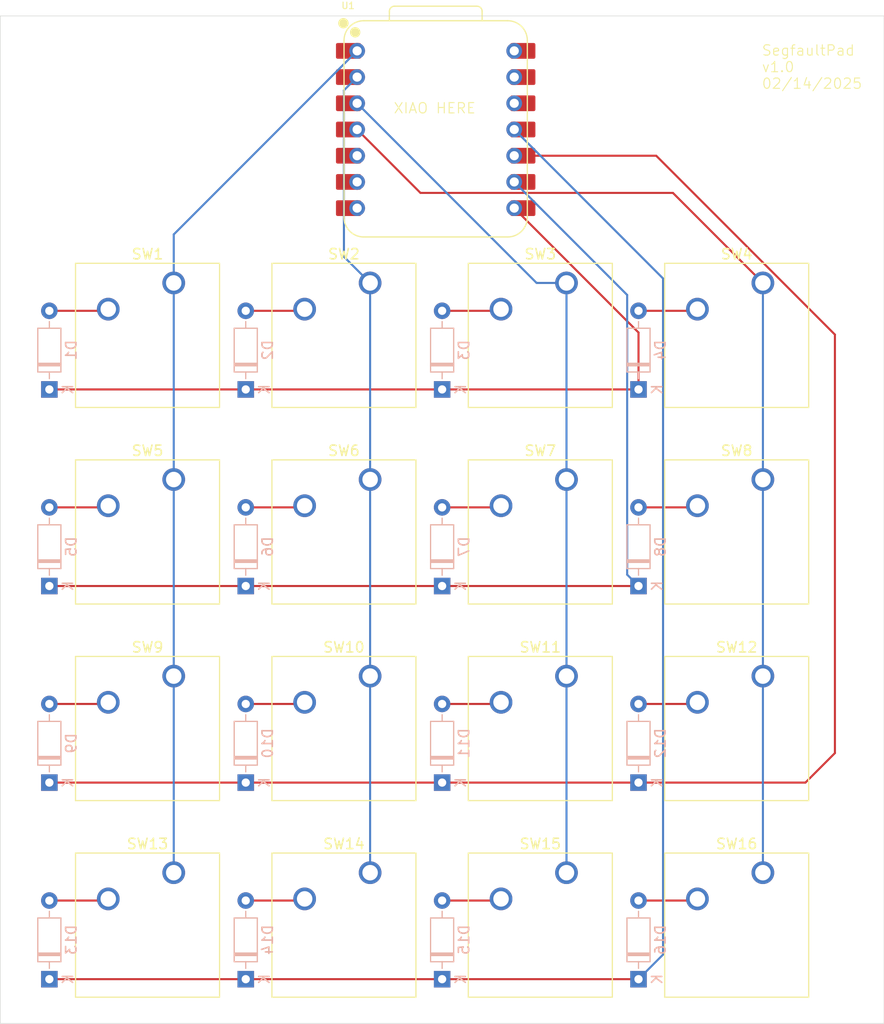
<source format=kicad_pcb>
(kicad_pcb (version 20240108) (generator "pcbnew") (generator_version "8.0")
  (layers (0 "F.Cu" signal) (31 "B.Cu" signal) (34 "B.Paste" user) (35 "F.Paste" user) (36 "B.SilkS" user "B.Silkscreen") (37 "F.SilkS" user "F.Silkscreen") (38 "B.Mask" user) (39 "F.Mask" user) (44 "Edge.Cuts" user))
  (net 0 "")
  (net 1 "Row 0")
  (net 2 "Net-(D1-A)")
  (net 3 "Net-(D2-A)")
  (net 4 "Net-(D3-A)")
  (net 5 "Net-(D4-A)")
  (net 6 "Row 1")
  (net 7 "Net-(D6-A)")
  (net 8 "Net-(D7-A)")
  (net 9 "Net-(D8-A)")
  (net 10 "Row 2")
  (net 11 "Net-(D9-A)")
  (net 12 "Net-(D10-A)")
  (net 13 "Net-(D11-A)")
  (net 14 "Net-(D12-A)")
  (net 15 "Row 3")
  (net 16 "Net-(D13-A)")
  (net 17 "Net-(D14-A)")
  (net 18 "Net-(D15-A)")
  (net 19 "Net-(D16-A)")
  (net 20 "Column 0")
  (net 21 "Column 1")
  (net 22 "Column 2")
  (net 23 "Column 3")
  (net 27 "GND")
  (net 28 "+5V")
  (net 34 "Net-(D5-A)")
  (footprint "Button_Switch_Keyboard:SW_Cherry_MX_1.00u_PCB" (layer "F.Cu") (at 139.7 118.90375)
    (property "Reference" "SW15" (at -2.54 -2.794 0) (layer "F.SilkS"))
    (property "Value" "SW_Push_45deg")
    (fp_line (start -9.525 -1.905) (end 4.445 -1.905) (stroke (width 0.12)) (layer "F.SilkS"))
    (fp_line (start -9.525 12.065) (end -9.525 -1.905) (stroke (width 0.12)) (layer "F.SilkS"))
    (fp_line (start 4.445 -1.905) (end 4.445 12.065) (stroke (width 0.12)) (layer "F.SilkS"))
    (fp_line (start 4.445 12.065) (end -9.525 12.065) (stroke (width 0.12)) (layer "F.SilkS"))
    (pad "" np_thru_hole circle (at -7.62 5.08) (size 1.7 1.7) (drill 1.7) (layers "*.Cu" "*.Mask"))
    (pad "" np_thru_hole circle (at -2.54 5.08) (size 4 4) (drill 4) (layers "*.Cu" "*.Mask"))
    (pad "" np_thru_hole circle (at 2.54 5.08) (size 1.7 1.7) (drill 1.7) (layers "*.Cu" "*.Mask"))
    (pad "1" thru_hole circle (at 0 0) (size 2.2 2.2) (drill 1.5) (layers "*.Cu" "*.Mask") (net 22 "Column 2"))
    (pad "2" thru_hole circle (at -6.35 2.54) (size 2.2 2.2) (drill 1.5) (layers "*.Cu" "*.Mask") (net 18 "Net-(D15-A)"))
  )
  (footprint "Button_Switch_Keyboard:SW_Cherry_MX_1.00u_PCB" (layer "F.Cu") (at 139.7 61.75375)
    (property "Reference" "SW3" (at -2.54 -2.794 0) (layer "F.SilkS"))
    (property "Value" "SW_Push_45deg")
    (fp_line (start -9.525 -1.905) (end 4.445 -1.905) (stroke (width 0.12)) (layer "F.SilkS"))
    (fp_line (start -9.525 12.065) (end -9.525 -1.905) (stroke (width 0.12)) (layer "F.SilkS"))
    (fp_line (start 4.445 -1.905) (end 4.445 12.065) (stroke (width 0.12)) (layer "F.SilkS"))
    (fp_line (start 4.445 12.065) (end -9.525 12.065) (stroke (width 0.12)) (layer "F.SilkS"))
    (pad "" np_thru_hole circle (at -7.62 5.08) (size 1.7 1.7) (drill 1.7) (layers "*.Cu" "*.Mask"))
    (pad "" np_thru_hole circle (at -2.54 5.08) (size 4 4) (drill 4) (layers "*.Cu" "*.Mask"))
    (pad "" np_thru_hole circle (at 2.54 5.08) (size 1.7 1.7) (drill 1.7) (layers "*.Cu" "*.Mask"))
    (pad "1" thru_hole circle (at 0 0) (size 2.2 2.2) (drill 1.5) (layers "*.Cu" "*.Mask") (net 22 "Column 2"))
    (pad "2" thru_hole circle (at -6.35 2.54) (size 2.2 2.2) (drill 1.5) (layers "*.Cu" "*.Mask") (net 4 "Net-(D3-A)"))
  )
  (footprint "Button_Switch_Keyboard:SW_Cherry_MX_1.00u_PCB" (layer "F.Cu") (at 158.75 61.75375)
    (property "Reference" "SW4" (at -2.54 -2.794 0) (layer "F.SilkS"))
    (property "Value" "SW_Push_45deg")
    (fp_line (start -9.525 -1.905) (end 4.445 -1.905) (stroke (width 0.12)) (layer "F.SilkS"))
    (fp_line (start -9.525 12.065) (end -9.525 -1.905) (stroke (width 0.12)) (layer "F.SilkS"))
    (fp_line (start 4.445 -1.905) (end 4.445 12.065) (stroke (width 0.12)) (layer "F.SilkS"))
    (fp_line (start 4.445 12.065) (end -9.525 12.065) (stroke (width 0.12)) (layer "F.SilkS"))
    (pad "" np_thru_hole circle (at -7.62 5.08) (size 1.7 1.7) (drill 1.7) (layers "*.Cu" "*.Mask"))
    (pad "" np_thru_hole circle (at -2.54 5.08) (size 4 4) (drill 4) (layers "*.Cu" "*.Mask"))
    (pad "" np_thru_hole circle (at 2.54 5.08) (size 1.7 1.7) (drill 1.7) (layers "*.Cu" "*.Mask"))
    (pad "1" thru_hole circle (at 0 0) (size 2.2 2.2) (drill 1.5) (layers "*.Cu" "*.Mask") (net 23 "Column 3"))
    (pad "2" thru_hole circle (at -6.35 2.54) (size 2.2 2.2) (drill 1.5) (layers "*.Cu" "*.Mask") (net 5 "Net-(D4-A)"))
  )
  (footprint "OPL:XIAO-RP2040-DIP" (layer "F.Cu") (at 127.01 46.88375)
    (property "Reference" "U1" (at -8.5 -12 0) (layer "F.SilkS") (effects (font (size 0.635 0.635) (thickness 0.1016))))
    (property "Value" "XIAO-RP2040-DIP")
    (fp_line (start -8.89 8.509) (end -8.89 -8.636) (stroke (width 0.127)) (layer "F.SilkS"))
    (fp_line (start -6.985 10.414) (end 6.985 10.414) (stroke (width 0.127)) (layer "F.SilkS"))
    (fp_line (start -4.495 -10.541) (end -4.491272 -11.451272) (stroke (width 0.127)) (layer "F.SilkS"))
    (fp_line (start -3.991272 -11.951) (end 4.004 -11.951) (stroke (width 0.127)) (layer "F.SilkS"))
    (fp_line (start 4.504 -11.451) (end 4.504 -10.541) (stroke (width 0.127)) (layer "F.SilkS"))
    (fp_line (start 6.985 -10.541) (end -6.985 -10.541) (stroke (width 0.1)) (layer "F.SilkS"))
    (fp_line (start 6.985 -10.541) (end -6.985 -10.541) (stroke (width 0.127)) (layer "F.SilkS"))
    (fp_line (start 8.89 8.509) (end 8.89 -8.636) (stroke (width 0.127)) (layer "F.SilkS"))
    (fp_arc (start -8.89 -8.636) (mid -8.332038 -9.983038) (end -6.985 -10.541) (stroke (width 0.127)) (layer "F.SilkS"))
    (fp_arc (start -6.985 10.414) (mid -8.332038 9.856038) (end -8.89 8.509) (stroke (width 0.127)) (layer "F.SilkS"))
    (fp_arc (start -4.491272 -11.451272) (mid -4.344724 -11.804644) (end -3.991272 -11.951) (stroke (width 0.127)) (layer "F.SilkS"))
    (fp_arc (start 4.004 -11.951) (mid 4.357553 -11.804553) (end 4.504 -11.451) (stroke (width 0.127)) (layer "F.SilkS"))
    (fp_arc (start 6.985 -10.541) (mid 8.332038 -9.983038) (end 8.89 -8.636) (stroke (width 0.127)) (layer "F.SilkS"))
    (fp_arc (start 8.89 8.509) (mid 8.332038 9.856038) (end 6.985 10.414) (stroke (width 0.127)) (layer "F.SilkS"))
    (fp_circle (center -8.95 -10.3) (end -8.95 -10.554) (stroke (width 0.5)) (fill solid) (layer "F.SilkS"))
    (fp_circle (center -7.807 -9.42) (end -7.807 -9.674) (stroke (width 0.5)) (fill solid) (layer "F.SilkS"))
    (pad "1" smd roundrect (at -8.455 -7.62 180) (size 2.432 1.524) (layers "F.Cu" "F.Mask") (roundrect_rratio 0.1) (net 20 "Column 0"))
    (pad "1" thru_hole circle (at -7.62 -7.62 180) (size 1.524 1.524) (drill 0.889) (layers "*.Cu" "*.Mask") (net 20 "Column 0"))
    (pad "2" smd roundrect (at -8.455 -5.08 180) (size 2.432 1.524) (layers "F.Cu" "F.Mask") (roundrect_rratio 0.1) (net 21 "Column 1"))
    (pad "2" thru_hole circle (at -7.62 -5.08 180) (size 1.524 1.524) (drill 0.889) (layers "*.Cu" "*.Mask") (net 21 "Column 1"))
    (pad "3" smd roundrect (at -8.455 -2.54 180) (size 2.432 1.524) (layers "F.Cu" "F.Mask") (roundrect_rratio 0.1) (net 22 "Column 2"))
    (pad "3" thru_hole circle (at -7.62 -2.54 180) (size 1.524 1.524) (drill 0.889) (layers "*.Cu" "*.Mask") (net 22 "Column 2"))
    (pad "4" smd roundrect (at -8.455 0 180) (size 2.432 1.524) (layers "F.Cu" "F.Mask") (roundrect_rratio 0.1) (net 23 "Column 3"))
    (pad "4" thru_hole circle (at -7.62 0 180) (size 1.524 1.524) (drill 0.889) (layers "*.Cu" "*.Mask") (net 23 "Column 3"))
    (pad "5" smd roundrect (at -8.455 2.54 180) (size 2.432 1.524) (layers "F.Cu" "F.Mask") (roundrect_rratio 0.1))
    (pad "5" thru_hole circle (at -7.62 2.54 180) (size 1.524 1.524) (drill 0.889) (layers "*.Cu" "*.Mask"))
    (pad "6" smd roundrect (at -8.455 5.08 180) (size 2.432 1.524) (layers "F.Cu" "F.Mask") (roundrect_rratio 0.1))
    (pad "6" thru_hole circle (at -7.62 5.08 180) (size 1.524 1.524) (drill 0.889) (layers "*.Cu" "*.Mask"))
    (pad "7" smd roundrect (at -8.455 7.62 180) (size 2.432 1.524) (layers "F.Cu" "F.Mask") (roundrect_rratio 0.1))
    (pad "7" thru_hole circle (at -7.62 7.62 180) (size 1.524 1.524) (drill 0.889) (layers "*.Cu" "*.Mask"))
    (pad "8" thru_hole circle (at 7.62 7.62) (size 1.524 1.524) (drill 0.889) (layers "*.Cu" "*.Mask") (net 1 "Row 0"))
    (pad "8" smd roundrect (at 8.455 7.62) (size 2.432 1.524) (layers "F.Cu" "F.Mask") (roundrect_rratio 0.1) (net 1 "Row 0"))
    (pad "9" thru_hole circle (at 7.62 5.08) (size 1.524 1.524) (drill 0.889) (layers "*.Cu" "*.Mask") (net 6 "Row 1"))
    (pad "9" smd roundrect (at 8.455 5.08) (size 2.432 1.524) (layers "F.Cu" "F.Mask") (roundrect_rratio 0.1) (net 6 "Row 1"))
    (pad "10" thru_hole circle (at 7.62 2.54) (size 1.524 1.524) (drill 0.889) (layers "*.Cu" "*.Mask") (net 10 "Row 2"))
    (pad "10" smd roundrect (at 8.455 2.54) (size 2.432 1.524) (layers "F.Cu" "F.Mask") (roundrect_rratio 0.1) (net 10 "Row 2"))
    (pad "11" thru_hole circle (at 7.62 0) (size 1.524 1.524) (drill 0.889) (layers "*.Cu" "*.Mask") (net 15 "Row 3"))
    (pad "11" smd roundrect (at 8.455 0) (size 2.432 1.524) (layers "F.Cu" "F.Mask") (roundrect_rratio 0.1) (net 15 "Row 3"))
    (pad "12" thru_hole circle (at 7.62 -2.54) (size 1.524 1.524) (drill 0.889) (layers "*.Cu" "*.Mask"))
    (pad "12" smd roundrect (at 8.455 -2.54) (size 2.432 1.524) (layers "F.Cu" "F.Mask") (roundrect_rratio 0.1))
    (pad "13" thru_hole circle (at 7.62 -5.08) (size 1.524 1.524) (drill 0.889) (layers "*.Cu" "*.Mask") (net 27 "GND"))
    (pad "13" smd roundrect (at 8.455 -5.08) (size 2.432 1.524) (layers "F.Cu" "F.Mask") (roundrect_rratio 0.1) (net 27 "GND"))
    (pad "14" thru_hole circle (at 7.62 -7.62) (size 1.524 1.524) (drill 0.889) (layers "*.Cu" "*.Mask") (net 28 "+5V"))
    (pad "14" smd roundrect (at 8.455 -7.62) (size 2.432 1.524) (layers "F.Cu" "F.Mask") (roundrect_rratio 0.1) (net 28 "+5V"))
  )
  (footprint "Button_Switch_Keyboard:SW_Cherry_MX_1.00u_PCB" (layer "F.Cu") (at 120.65 61.75375)
    (property "Reference" "SW2" (at -2.54 -2.794 0) (layer "F.SilkS"))
    (property "Value" "SW_Push_45deg")
    (fp_line (start -9.525 -1.905) (end 4.445 -1.905) (stroke (width 0.12)) (layer "F.SilkS"))
    (fp_line (start -9.525 12.065) (end -9.525 -1.905) (stroke (width 0.12)) (layer "F.SilkS"))
    (fp_line (start 4.445 -1.905) (end 4.445 12.065) (stroke (width 0.12)) (layer "F.SilkS"))
    (fp_line (start 4.445 12.065) (end -9.525 12.065) (stroke (width 0.12)) (layer "F.SilkS"))
    (pad "" np_thru_hole circle (at -7.62 5.08) (size 1.7 1.7) (drill 1.7) (layers "*.Cu" "*.Mask"))
    (pad "" np_thru_hole circle (at -2.54 5.08) (size 4 4) (drill 4) (layers "*.Cu" "*.Mask"))
    (pad "" np_thru_hole circle (at 2.54 5.08) (size 1.7 1.7) (drill 1.7) (layers "*.Cu" "*.Mask"))
    (pad "1" thru_hole circle (at 0 0) (size 2.2 2.2) (drill 1.5) (layers "*.Cu" "*.Mask") (net 21 "Column 1"))
    (pad "2" thru_hole circle (at -6.35 2.54) (size 2.2 2.2) (drill 1.5) (layers "*.Cu" "*.Mask") (net 3 "Net-(D2-A)"))
  )
  (footprint "Button_Switch_Keyboard:SW_Cherry_MX_1.00u_PCB" (layer "F.Cu") (at 101.6 80.80375)
    (property "Reference" "SW5" (at -2.54 -2.794 0) (layer "F.SilkS"))
    (property "Value" "SW_Push_45deg")
    (fp_line (start -9.525 -1.905) (end 4.445 -1.905) (stroke (width 0.12)) (layer "F.SilkS"))
    (fp_line (start -9.525 12.065) (end -9.525 -1.905) (stroke (width 0.12)) (layer "F.SilkS"))
    (fp_line (start 4.445 -1.905) (end 4.445 12.065) (stroke (width 0.12)) (layer "F.SilkS"))
    (fp_line (start 4.445 12.065) (end -9.525 12.065) (stroke (width 0.12)) (layer "F.SilkS"))
    (pad "" np_thru_hole circle (at -7.62 5.08) (size 1.7 1.7) (drill 1.7) (layers "*.Cu" "*.Mask"))
    (pad "" np_thru_hole circle (at -2.54 5.08) (size 4 4) (drill 4) (layers "*.Cu" "*.Mask"))
    (pad "" np_thru_hole circle (at 2.54 5.08) (size 1.7 1.7) (drill 1.7) (layers "*.Cu" "*.Mask"))
    (pad "1" thru_hole circle (at 0 0) (size 2.2 2.2) (drill 1.5) (layers "*.Cu" "*.Mask") (net 20 "Column 0"))
    (pad "2" thru_hole circle (at -6.35 2.54) (size 2.2 2.2) (drill 1.5) (layers "*.Cu" "*.Mask") (net 34 "Net-(D5-A)"))
  )
  (footprint "Button_Switch_Keyboard:SW_Cherry_MX_1.00u_PCB" (layer "F.Cu") (at 158.75 80.80375)
    (property "Reference" "SW8" (at -2.54 -2.794 0) (layer "F.SilkS"))
    (property "Value" "SW_Push_45deg")
    (fp_line (start -9.525 -1.905) (end 4.445 -1.905) (stroke (width 0.12)) (layer "F.SilkS"))
    (fp_line (start -9.525 12.065) (end -9.525 -1.905) (stroke (width 0.12)) (layer "F.SilkS"))
    (fp_line (start 4.445 -1.905) (end 4.445 12.065) (stroke (width 0.12)) (layer "F.SilkS"))
    (fp_line (start 4.445 12.065) (end -9.525 12.065) (stroke (width 0.12)) (layer "F.SilkS"))
    (pad "" np_thru_hole circle (at -7.62 5.08) (size 1.7 1.7) (drill 1.7) (layers "*.Cu" "*.Mask"))
    (pad "" np_thru_hole circle (at -2.54 5.08) (size 4 4) (drill 4) (layers "*.Cu" "*.Mask"))
    (pad "" np_thru_hole circle (at 2.54 5.08) (size 1.7 1.7) (drill 1.7) (layers "*.Cu" "*.Mask"))
    (pad "1" thru_hole circle (at 0 0) (size 2.2 2.2) (drill 1.5) (layers "*.Cu" "*.Mask") (net 23 "Column 3"))
    (pad "2" thru_hole circle (at -6.35 2.54) (size 2.2 2.2) (drill 1.5) (layers "*.Cu" "*.Mask") (net 9 "Net-(D8-A)"))
  )
  (footprint "Button_Switch_Keyboard:SW_Cherry_MX_1.00u_PCB" (layer "F.Cu") (at 139.7 99.85375)
    (property "Reference" "SW11" (at -2.54 -2.794 0) (layer "F.SilkS"))
    (property "Value" "SW_Push_45deg")
    (fp_line (start -9.525 -1.905) (end 4.445 -1.905) (stroke (width 0.12)) (layer "F.SilkS"))
    (fp_line (start -9.525 12.065) (end -9.525 -1.905) (stroke (width 0.12)) (layer "F.SilkS"))
    (fp_line (start 4.445 -1.905) (end 4.445 12.065) (stroke (width 0.12)) (layer "F.SilkS"))
    (fp_line (start 4.445 12.065) (end -9.525 12.065) (stroke (width 0.12)) (layer "F.SilkS"))
    (pad "" np_thru_hole circle (at -7.62 5.08) (size 1.7 1.7) (drill 1.7) (layers "*.Cu" "*.Mask"))
    (pad "" np_thru_hole circle (at -2.54 5.08) (size 4 4) (drill 4) (layers "*.Cu" "*.Mask"))
    (pad "" np_thru_hole circle (at 2.54 5.08) (size 1.7 1.7) (drill 1.7) (layers "*.Cu" "*.Mask"))
    (pad "1" thru_hole circle (at 0 0) (size 2.2 2.2) (drill 1.5) (layers "*.Cu" "*.Mask") (net 22 "Column 2"))
    (pad "2" thru_hole circle (at -6.35 2.54) (size 2.2 2.2) (drill 1.5) (layers "*.Cu" "*.Mask") (net 13 "Net-(D11-A)"))
  )
  (footprint "Button_Switch_Keyboard:SW_Cherry_MX_1.00u_PCB" (layer "F.Cu") (at 101.6 118.90375)
    (property "Reference" "SW13" (at -2.54 -2.794 0) (layer "F.SilkS"))
    (property "Value" "SW_Push_45deg")
    (fp_line (start -9.525 -1.905) (end 4.445 -1.905) (stroke (width 0.12)) (layer "F.SilkS"))
    (fp_line (start -9.525 12.065) (end -9.525 -1.905) (stroke (width 0.12)) (layer "F.SilkS"))
    (fp_line (start 4.445 -1.905) (end 4.445 12.065) (stroke (width 0.12)) (layer "F.SilkS"))
    (fp_line (start 4.445 12.065) (end -9.525 12.065) (stroke (width 0.12)) (layer "F.SilkS"))
    (pad "" np_thru_hole circle (at -7.62 5.08) (size 1.7 1.7) (drill 1.7) (layers "*.Cu" "*.Mask"))
    (pad "" np_thru_hole circle (at -2.54 5.08) (size 4 4) (drill 4) (layers "*.Cu" "*.Mask"))
    (pad "" np_thru_hole circle (at 2.54 5.08) (size 1.7 1.7) (drill 1.7) (layers "*.Cu" "*.Mask"))
    (pad "1" thru_hole circle (at 0 0) (size 2.2 2.2) (drill 1.5) (layers "*.Cu" "*.Mask") (net 20 "Column 0"))
    (pad "2" thru_hole circle (at -6.35 2.54) (size 2.2 2.2) (drill 1.5) (layers "*.Cu" "*.Mask") (net 16 "Net-(D13-A)"))
  )
  (footprint "Button_Switch_Keyboard:SW_Cherry_MX_1.00u_PCB" (layer "F.Cu") (at 158.75 118.90375)
    (property "Reference" "SW16" (at -2.54 -2.794 0) (layer "F.SilkS"))
    (property "Value" "SW_Push_45deg")
    (fp_line (start -9.525 -1.905) (end 4.445 -1.905) (stroke (width 0.12)) (layer "F.SilkS"))
    (fp_line (start -9.525 12.065) (end -9.525 -1.905) (stroke (width 0.12)) (layer "F.SilkS"))
    (fp_line (start 4.445 -1.905) (end 4.445 12.065) (stroke (width 0.12)) (layer "F.SilkS"))
    (fp_line (start 4.445 12.065) (end -9.525 12.065) (stroke (width 0.12)) (layer "F.SilkS"))
    (pad "" np_thru_hole circle (at -7.62 5.08) (size 1.7 1.7) (drill 1.7) (layers "*.Cu" "*.Mask"))
    (pad "" np_thru_hole circle (at -2.54 5.08) (size 4 4) (drill 4) (layers "*.Cu" "*.Mask"))
    (pad "" np_thru_hole circle (at 2.54 5.08) (size 1.7 1.7) (drill 1.7) (layers "*.Cu" "*.Mask"))
    (pad "1" thru_hole circle (at 0 0) (size 2.2 2.2) (drill 1.5) (layers "*.Cu" "*.Mask") (net 23 "Column 3"))
    (pad "2" thru_hole circle (at -6.35 2.54) (size 2.2 2.2) (drill 1.5) (layers "*.Cu" "*.Mask") (net 19 "Net-(D16-A)"))
  )
  (footprint "Button_Switch_Keyboard:SW_Cherry_MX_1.00u_PCB" (layer "F.Cu") (at 101.6 61.75375)
    (property "Reference" "SW1" (at -2.54 -2.794 0) (layer "F.SilkS"))
    (property "Value" "SW_Push_45deg")
    (fp_line (start -9.525 -1.905) (end 4.445 -1.905) (stroke (width 0.12)) (layer "F.SilkS"))
    (fp_line (start -9.525 12.065) (end -9.525 -1.905) (stroke (width 0.12)) (layer "F.SilkS"))
    (fp_line (start 4.445 -1.905) (end 4.445 12.065) (stroke (width 0.12)) (layer "F.SilkS"))
    (fp_line (start 4.445 12.065) (end -9.525 12.065) (stroke (width 0.12)) (layer "F.SilkS"))
    (pad "" np_thru_hole circle (at -7.62 5.08) (size 1.7 1.7) (drill 1.7) (layers "*.Cu" "*.Mask"))
    (pad "" np_thru_hole circle (at -2.54 5.08) (size 4 4) (drill 4) (layers "*.Cu" "*.Mask"))
    (pad "" np_thru_hole circle (at 2.54 5.08) (size 1.7 1.7) (drill 1.7) (layers "*.Cu" "*.Mask"))
    (pad "1" thru_hole circle (at 0 0) (size 2.2 2.2) (drill 1.5) (layers "*.Cu" "*.Mask") (net 20 "Column 0"))
    (pad "2" thru_hole circle (at -6.35 2.54) (size 2.2 2.2) (drill 1.5) (layers "*.Cu" "*.Mask") (net 2 "Net-(D1-A)"))
  )
  (footprint "Button_Switch_Keyboard:SW_Cherry_MX_1.00u_PCB" (layer "F.Cu") (at 120.65 99.85375)
    (property "Reference" "SW10" (at -2.54 -2.794 0) (layer "F.SilkS"))
    (property "Value" "SW_Push_45deg")
    (fp_line (start -9.525 -1.905) (end 4.445 -1.905) (stroke (width 0.12)) (layer "F.SilkS"))
    (fp_line (start -9.525 12.065) (end -9.525 -1.905) (stroke (width 0.12)) (layer "F.SilkS"))
    (fp_line (start 4.445 -1.905) (end 4.445 12.065) (stroke (width 0.12)) (layer "F.SilkS"))
    (fp_line (start 4.445 12.065) (end -9.525 12.065) (stroke (width 0.12)) (layer "F.SilkS"))
    (pad "" np_thru_hole circle (at -7.62 5.08) (size 1.7 1.7) (drill 1.7) (layers "*.Cu" "*.Mask"))
    (pad "" np_thru_hole circle (at -2.54 5.08) (size 4 4) (drill 4) (layers "*.Cu" "*.Mask"))
    (pad "" np_thru_hole circle (at 2.54 5.08) (size 1.7 1.7) (drill 1.7) (layers "*.Cu" "*.Mask"))
    (pad "1" thru_hole circle (at 0 0) (size 2.2 2.2) (drill 1.5) (layers "*.Cu" "*.Mask") (net 21 "Column 1"))
    (pad "2" thru_hole circle (at -6.35 2.54) (size 2.2 2.2) (drill 1.5) (layers "*.Cu" "*.Mask") (net 12 "Net-(D10-A)"))
  )
  (footprint "Button_Switch_Keyboard:SW_Cherry_MX_1.00u_PCB" (layer "F.Cu") (at 101.6 99.85375)
    (property "Reference" "SW9" (at -2.54 -2.794 0) (layer "F.SilkS"))
    (property "Value" "SW_Push_45deg")
    (fp_line (start -9.525 -1.905) (end 4.445 -1.905) (stroke (width 0.12)) (layer "F.SilkS"))
    (fp_line (start -9.525 12.065) (end -9.525 -1.905) (stroke (width 0.12)) (layer "F.SilkS"))
    (fp_line (start 4.445 -1.905) (end 4.445 12.065) (stroke (width 0.12)) (layer "F.SilkS"))
    (fp_line (start 4.445 12.065) (end -9.525 12.065) (stroke (width 0.12)) (layer "F.SilkS"))
    (pad "" np_thru_hole circle (at -7.62 5.08) (size 1.7 1.7) (drill 1.7) (layers "*.Cu" "*.Mask"))
    (pad "" np_thru_hole circle (at -2.54 5.08) (size 4 4) (drill 4) (layers "*.Cu" "*.Mask"))
    (pad "" np_thru_hole circle (at 2.54 5.08) (size 1.7 1.7) (drill 1.7) (layers "*.Cu" "*.Mask"))
    (pad "1" thru_hole circle (at 0 0) (size 2.2 2.2) (drill 1.5) (layers "*.Cu" "*.Mask") (net 20 "Column 0"))
    (pad "2" thru_hole circle (at -6.35 2.54) (size 2.2 2.2) (drill 1.5) (layers "*.Cu" "*.Mask") (net 11 "Net-(D9-A)"))
  )
  (footprint "Button_Switch_Keyboard:SW_Cherry_MX_1.00u_PCB" (layer "F.Cu") (at 158.75 99.85375)
    (property "Reference" "SW12" (at -2.54 -2.794 0) (layer "F.SilkS"))
    (property "Value" "SW_Push_45deg")
    (fp_line (start -9.525 -1.905) (end 4.445 -1.905) (stroke (width 0.12)) (layer "F.SilkS"))
    (fp_line (start -9.525 12.065) (end -9.525 -1.905) (stroke (width 0.12)) (layer "F.SilkS"))
    (fp_line (start 4.445 -1.905) (end 4.445 12.065) (stroke (width 0.12)) (layer "F.SilkS"))
    (fp_line (start 4.445 12.065) (end -9.525 12.065) (stroke (width 0.12)) (layer "F.SilkS"))
    (pad "" np_thru_hole circle (at -7.62 5.08) (size 1.7 1.7) (drill 1.7) (layers "*.Cu" "*.Mask"))
    (pad "" np_thru_hole circle (at -2.54 5.08) (size 4 4) (drill 4) (layers "*.Cu" "*.Mask"))
    (pad "" np_thru_hole circle (at 2.54 5.08) (size 1.7 1.7) (drill 1.7) (layers "*.Cu" "*.Mask"))
    (pad "1" thru_hole circle (at 0 0) (size 2.2 2.2) (drill 1.5) (layers "*.Cu" "*.Mask") (net 23 "Column 3"))
    (pad "2" thru_hole circle (at -6.35 2.54) (size 2.2 2.2) (drill 1.5) (layers "*.Cu" "*.Mask") (net 14 "Net-(D12-A)"))
  )
  (footprint "Button_Switch_Keyboard:SW_Cherry_MX_1.00u_PCB" (layer "F.Cu") (at 120.65 118.90375)
    (property "Reference" "SW14" (at -2.54 -2.794 0) (layer "F.SilkS"))
    (property "Value" "SW_Push_45deg")
    (fp_line (start -9.525 -1.905) (end 4.445 -1.905) (stroke (width 0.12)) (layer "F.SilkS"))
    (fp_line (start -9.525 12.065) (end -9.525 -1.905) (stroke (width 0.12)) (layer "F.SilkS"))
    (fp_line (start 4.445 -1.905) (end 4.445 12.065) (stroke (width 0.12)) (layer "F.SilkS"))
    (fp_line (start 4.445 12.065) (end -9.525 12.065) (stroke (width 0.12)) (layer "F.SilkS"))
    (pad "" np_thru_hole circle (at -7.62 5.08) (size 1.7 1.7) (drill 1.7) (layers "*.Cu" "*.Mask"))
    (pad "" np_thru_hole circle (at -2.54 5.08) (size 4 4) (drill 4) (layers "*.Cu" "*.Mask"))
    (pad "" np_thru_hole circle (at 2.54 5.08) (size 1.7 1.7) (drill 1.7) (layers "*.Cu" "*.Mask"))
    (pad "1" thru_hole circle (at 0 0) (size 2.2 2.2) (drill 1.5) (layers "*.Cu" "*.Mask") (net 21 "Column 1"))
    (pad "2" thru_hole circle (at -6.35 2.54) (size 2.2 2.2) (drill 1.5) (layers "*.Cu" "*.Mask") (net 17 "Net-(D14-A)"))
  )
  (footprint "Button_Switch_Keyboard:SW_Cherry_MX_1.00u_PCB" (layer "F.Cu") (at 120.65 80.80375)
    (property "Reference" "SW6" (at -2.54 -2.794 0) (layer "F.SilkS"))
    (property "Value" "SW_Push_45deg")
    (fp_line (start -9.525 -1.905) (end 4.445 -1.905) (stroke (width 0.12)) (layer "F.SilkS"))
    (fp_line (start -9.525 12.065) (end -9.525 -1.905) (stroke (width 0.12)) (layer "F.SilkS"))
    (fp_line (start 4.445 -1.905) (end 4.445 12.065) (stroke (width 0.12)) (layer "F.SilkS"))
    (fp_line (start 4.445 12.065) (end -9.525 12.065) (stroke (width 0.12)) (layer "F.SilkS"))
    (pad "" np_thru_hole circle (at -7.62 5.08) (size 1.7 1.7) (drill 1.7) (layers "*.Cu" "*.Mask"))
    (pad "" np_thru_hole circle (at -2.54 5.08) (size 4 4) (drill 4) (layers "*.Cu" "*.Mask"))
    (pad "" np_thru_hole circle (at 2.54 5.08) (size 1.7 1.7) (drill 1.7) (layers "*.Cu" "*.Mask"))
    (pad "1" thru_hole circle (at 0 0) (size 2.2 2.2) (drill 1.5) (layers "*.Cu" "*.Mask") (net 21 "Column 1"))
    (pad "2" thru_hole circle (at -6.35 2.54) (size 2.2 2.2) (drill 1.5) (layers "*.Cu" "*.Mask") (net 7 "Net-(D6-A)"))
  )
  (footprint "Button_Switch_Keyboard:SW_Cherry_MX_1.00u_PCB" (layer "F.Cu") (at 139.7 80.80375)
    (property "Reference" "SW7" (at -2.54 -2.794 0) (layer "F.SilkS"))
    (property "Value" "SW_Push_45deg")
    (fp_line (start -9.525 -1.905) (end 4.445 -1.905) (stroke (width 0.12)) (layer "F.SilkS"))
    (fp_line (start -9.525 12.065) (end -9.525 -1.905) (stroke (width 0.12)) (layer "F.SilkS"))
    (fp_line (start 4.445 -1.905) (end 4.445 12.065) (stroke (width 0.12)) (layer "F.SilkS"))
    (fp_line (start 4.445 12.065) (end -9.525 12.065) (stroke (width 0.12)) (layer "F.SilkS"))
    (pad "" np_thru_hole circle (at -7.62 5.08) (size 1.7 1.7) (drill 1.7) (layers "*.Cu" "*.Mask"))
    (pad "" np_thru_hole circle (at -2.54 5.08) (size 4 4) (drill 4) (layers "*.Cu" "*.Mask"))
    (pad "" np_thru_hole circle (at 2.54 5.08) (size 1.7 1.7) (drill 1.7) (layers "*.Cu" "*.Mask"))
    (pad "1" thru_hole circle (at 0 0) (size 2.2 2.2) (drill 1.5) (layers "*.Cu" "*.Mask") (net 22 "Column 2"))
    (pad "2" thru_hole circle (at -6.35 2.54) (size 2.2 2.2) (drill 1.5) (layers "*.Cu" "*.Mask") (net 8 "Net-(D7-A)"))
  )
  (footprint "Diode_THT:D_DO-35_SOD27_P7.62mm_Horizontal" (layer "B.Cu") (at 146.685 110.1725 90)
    (property "Reference" "D12" (at 3.81 2.12 90) (layer "B.SilkS") (effects (justify mirror)))
    (property "Value" "1N4148")
    (fp_line (start 5.93 -1.12) (end 1.69 -1.12) (stroke (width 0.12)) (layer "B.SilkS"))
    (fp_line (start 2.53 -1.12) (end 2.53 1.12) (stroke (width 0.12)) (layer "B.SilkS"))
    (fp_line (start 2.41 -1.12) (end 2.41 1.12) (stroke (width 0.12)) (layer "B.SilkS"))
    (fp_line (start 2.29 -1.12) (end 2.29 1.12) (stroke (width 0.12)) (layer "B.SilkS"))
    (fp_line (start 1.69 -1.12) (end 1.69 1.12) (stroke (width 0.12)) (layer "B.SilkS"))
    (fp_line (start 5.93 0) (end 6.58 0) (stroke (width 0.12)) (layer "B.SilkS"))
    (fp_line (start 1.69 0) (end 1.04 0) (stroke (width 0.12)) (layer "B.SilkS"))
    (fp_line (start 5.93 1.12) (end 5.93 -1.12) (stroke (width 0.12)) (layer "B.SilkS"))
    (fp_line (start 1.69 1.12) (end 5.93 1.12) (stroke (width 0.12)) (layer "B.SilkS"))
    (fp_text user "K" (at 0 1.8 90) (layer "B.SilkS") (effects (justify mirror)))
    (pad "1" thru_hole rect (at 0 0 90) (size 1.6 1.6) (drill 0.8) (layers "*.Cu" "*.Mask") (net 10 "Row 2"))
    (pad "2" thru_hole oval (at 7.62 0 90) (size 1.6 1.6) (drill 0.8) (layers "*.Cu" "*.Mask") (net 14 "Net-(D12-A)"))
  )
  (footprint "Diode_THT:D_DO-35_SOD27_P7.62mm_Horizontal" (layer "B.Cu") (at 127.635 129.2225 90)
    (property "Reference" "D15" (at 3.81 2.12 90) (layer "B.SilkS") (effects (justify mirror)))
    (property "Value" "1N4148")
    (fp_line (start 5.93 -1.12) (end 1.69 -1.12) (stroke (width 0.12)) (layer "B.SilkS"))
    (fp_line (start 2.53 -1.12) (end 2.53 1.12) (stroke (width 0.12)) (layer "B.SilkS"))
    (fp_line (start 2.41 -1.12) (end 2.41 1.12) (stroke (width 0.12)) (layer "B.SilkS"))
    (fp_line (start 2.29 -1.12) (end 2.29 1.12) (stroke (width 0.12)) (layer "B.SilkS"))
    (fp_line (start 1.69 -1.12) (end 1.69 1.12) (stroke (width 0.12)) (layer "B.SilkS"))
    (fp_line (start 5.93 0) (end 6.58 0) (stroke (width 0.12)) (layer "B.SilkS"))
    (fp_line (start 1.69 0) (end 1.04 0) (stroke (width 0.12)) (layer "B.SilkS"))
    (fp_line (start 5.93 1.12) (end 5.93 -1.12) (stroke (width 0.12)) (layer "B.SilkS"))
    (fp_line (start 1.69 1.12) (end 5.93 1.12) (stroke (width 0.12)) (layer "B.SilkS"))
    (fp_text user "K" (at 0 1.8 90) (layer "B.SilkS") (effects (justify mirror)))
    (pad "1" thru_hole rect (at 0 0 90) (size 1.6 1.6) (drill 0.8) (layers "*.Cu" "*.Mask") (net 15 "Row 3"))
    (pad "2" thru_hole oval (at 7.62 0 90) (size 1.6 1.6) (drill 0.8) (layers "*.Cu" "*.Mask") (net 18 "Net-(D15-A)"))
  )
  (footprint "Diode_THT:D_DO-35_SOD27_P7.62mm_Horizontal" (layer "B.Cu") (at 89.535 72.0725 90)
    (property "Reference" "D1" (at 3.81 2.12 90) (layer "B.SilkS") (effects (justify mirror)))
    (property "Value" "1N4148")
    (fp_line (start 5.93 -1.12) (end 1.69 -1.12) (stroke (width 0.12)) (layer "B.SilkS"))
    (fp_line (start 2.53 -1.12) (end 2.53 1.12) (stroke (width 0.12)) (layer "B.SilkS"))
    (fp_line (start 2.41 -1.12) (end 2.41 1.12) (stroke (width 0.12)) (layer "B.SilkS"))
    (fp_line (start 2.29 -1.12) (end 2.29 1.12) (stroke (width 0.12)) (layer "B.SilkS"))
    (fp_line (start 1.69 -1.12) (end 1.69 1.12) (stroke (width 0.12)) (layer "B.SilkS"))
    (fp_line (start 5.93 0) (end 6.58 0) (stroke (width 0.12)) (layer "B.SilkS"))
    (fp_line (start 1.69 0) (end 1.04 0) (stroke (width 0.12)) (layer "B.SilkS"))
    (fp_line (start 5.93 1.12) (end 5.93 -1.12) (stroke (width 0.12)) (layer "B.SilkS"))
    (fp_line (start 1.69 1.12) (end 5.93 1.12) (stroke (width 0.12)) (layer "B.SilkS"))
    (fp_text user "K" (at 0 1.8 90) (layer "B.SilkS") (effects (justify mirror)))
    (pad "1" thru_hole rect (at 0 0 90) (size 1.6 1.6) (drill 0.8) (layers "*.Cu" "*.Mask") (net 1 "Row 0"))
    (pad "2" thru_hole oval (at 7.62 0 90) (size 1.6 1.6) (drill 0.8) (layers "*.Cu" "*.Mask") (net 2 "Net-(D1-A)"))
  )
  (footprint "Diode_THT:D_DO-35_SOD27_P7.62mm_Horizontal" (layer "B.Cu") (at 89.535 110.1725 90)
    (property "Reference" "D9" (at 3.81 2.12 90) (layer "B.SilkS") (effects (justify mirror)))
    (property "Value" "1N4148")
    (fp_line (start 5.93 -1.12) (end 1.69 -1.12) (stroke (width 0.12)) (layer "B.SilkS"))
    (fp_line (start 2.53 -1.12) (end 2.53 1.12) (stroke (width 0.12)) (layer "B.SilkS"))
    (fp_line (start 2.41 -1.12) (end 2.41 1.12) (stroke (width 0.12)) (layer "B.SilkS"))
    (fp_line (start 2.29 -1.12) (end 2.29 1.12) (stroke (width 0.12)) (layer "B.SilkS"))
    (fp_line (start 1.69 -1.12) (end 1.69 1.12) (stroke (width 0.12)) (layer "B.SilkS"))
    (fp_line (start 5.93 0) (end 6.58 0) (stroke (width 0.12)) (layer "B.SilkS"))
    (fp_line (start 1.69 0) (end 1.04 0) (stroke (width 0.12)) (layer "B.SilkS"))
    (fp_line (start 5.93 1.12) (end 5.93 -1.12) (stroke (width 0.12)) (layer "B.SilkS"))
    (fp_line (start 1.69 1.12) (end 5.93 1.12) (stroke (width 0.12)) (layer "B.SilkS"))
    (fp_text user "K" (at 0 1.8 90) (layer "B.SilkS") (effects (justify mirror)))
    (pad "1" thru_hole rect (at 0 0 90) (size 1.6 1.6) (drill 0.8) (layers "*.Cu" "*.Mask") (net 10 "Row 2"))
    (pad "2" thru_hole oval (at 7.62 0 90) (size 1.6 1.6) (drill 0.8) (layers "*.Cu" "*.Mask") (net 11 "Net-(D9-A)"))
  )
  (footprint "Diode_THT:D_DO-35_SOD27_P7.62mm_Horizontal" (layer "B.Cu") (at 146.685 91.1225 90)
    (property "Reference" "D8" (at 3.81 2.12 90) (layer "B.SilkS") (effects (justify mirror)))
    (property "Value" "1N4148")
    (fp_line (start 5.93 -1.12) (end 1.69 -1.12) (stroke (width 0.12)) (layer "B.SilkS"))
    (fp_line (start 2.53 -1.12) (end 2.53 1.12) (stroke (width 0.12)) (layer "B.SilkS"))
    (fp_line (start 2.41 -1.12) (end 2.41 1.12) (stroke (width 0.12)) (layer "B.SilkS"))
    (fp_line (start 2.29 -1.12) (end 2.29 1.12) (stroke (width 0.12)) (layer "B.SilkS"))
    (fp_line (start 1.69 -1.12) (end 1.69 1.12) (stroke (width 0.12)) (layer "B.SilkS"))
    (fp_line (start 5.93 0) (end 6.58 0) (stroke (width 0.12)) (layer "B.SilkS"))
    (fp_line (start 1.69 0) (end 1.04 0) (stroke (width 0.12)) (layer "B.SilkS"))
    (fp_line (start 5.93 1.12) (end 5.93 -1.12) (stroke (width 0.12)) (layer "B.SilkS"))
    (fp_line (start 1.69 1.12) (end 5.93 1.12) (stroke (width 0.12)) (layer "B.SilkS"))
    (fp_text user "K" (at 0 1.8 90) (layer "B.SilkS") (effects (justify mirror)))
    (pad "1" thru_hole rect (at 0 0 90) (size 1.6 1.6) (drill 0.8) (layers "*.Cu" "*.Mask") (net 6 "Row 1"))
    (pad "2" thru_hole oval (at 7.62 0 90) (size 1.6 1.6) (drill 0.8) (layers "*.Cu" "*.Mask") (net 9 "Net-(D8-A)"))
  )
  (footprint "Diode_THT:D_DO-35_SOD27_P7.62mm_Horizontal" (layer "B.Cu") (at 127.635 91.1225 90)
    (property "Reference" "D7" (at 3.81 2.12 90) (layer "B.SilkS") (effects (justify mirror)))
    (property "Value" "1N4148")
    (fp_line (start 5.93 -1.12) (end 1.69 -1.12) (stroke (width 0.12)) (layer "B.SilkS"))
    (fp_line (start 2.53 -1.12) (end 2.53 1.12) (stroke (width 0.12)) (layer "B.SilkS"))
    (fp_line (start 2.41 -1.12) (end 2.41 1.12) (stroke (width 0.12)) (layer "B.SilkS"))
    (fp_line (start 2.29 -1.12) (end 2.29 1.12) (stroke (width 0.12)) (layer "B.SilkS"))
    (fp_line (start 1.69 -1.12) (end 1.69 1.12) (stroke (width 0.12)) (layer "B.SilkS"))
    (fp_line (start 5.93 0) (end 6.58 0) (stroke (width 0.12)) (layer "B.SilkS"))
    (fp_line (start 1.69 0) (end 1.04 0) (stroke (width 0.12)) (layer "B.SilkS"))
    (fp_line (start 5.93 1.12) (end 5.93 -1.12) (stroke (width 0.12)) (layer "B.SilkS"))
    (fp_line (start 1.69 1.12) (end 5.93 1.12) (stroke (width 0.12)) (layer "B.SilkS"))
    (fp_text user "K" (at 0 1.8 90) (layer "B.SilkS") (effects (justify mirror)))
    (pad "1" thru_hole rect (at 0 0 90) (size 1.6 1.6) (drill 0.8) (layers "*.Cu" "*.Mask") (net 6 "Row 1"))
    (pad "2" thru_hole oval (at 7.62 0 90) (size 1.6 1.6) (drill 0.8) (layers "*.Cu" "*.Mask") (net 8 "Net-(D7-A)"))
  )
  (footprint "Diode_THT:D_DO-35_SOD27_P7.62mm_Horizontal" (layer "B.Cu") (at 108.585 91.1225 90)
    (property "Reference" "D6" (at 3.81 2.12 90) (layer "B.SilkS") (effects (justify mirror)))
    (property "Value" "1N4148")
    (fp_line (start 5.93 -1.12) (end 1.69 -1.12) (stroke (width 0.12)) (layer "B.SilkS"))
    (fp_line (start 2.53 -1.12) (end 2.53 1.12) (stroke (width 0.12)) (layer "B.SilkS"))
    (fp_line (start 2.41 -1.12) (end 2.41 1.12) (stroke (width 0.12)) (layer "B.SilkS"))
    (fp_line (start 2.29 -1.12) (end 2.29 1.12) (stroke (width 0.12)) (layer "B.SilkS"))
    (fp_line (start 1.69 -1.12) (end 1.69 1.12) (stroke (width 0.12)) (layer "B.SilkS"))
    (fp_line (start 5.93 0) (end 6.58 0) (stroke (width 0.12)) (layer "B.SilkS"))
    (fp_line (start 1.69 0) (end 1.04 0) (stroke (width 0.12)) (layer "B.SilkS"))
    (fp_line (start 5.93 1.12) (end 5.93 -1.12) (stroke (width 0.12)) (layer "B.SilkS"))
    (fp_line (start 1.69 1.12) (end 5.93 1.12) (stroke (width 0.12)) (layer "B.SilkS"))
    (fp_text user "K" (at 0 1.8 90) (layer "B.SilkS") (effects (justify mirror)))
    (pad "1" thru_hole rect (at 0 0 90) (size 1.6 1.6) (drill 0.8) (layers "*.Cu" "*.Mask") (net 6 "Row 1"))
    (pad "2" thru_hole oval (at 7.62 0 90) (size 1.6 1.6) (drill 0.8) (layers "*.Cu" "*.Mask") (net 7 "Net-(D6-A)"))
  )
  (footprint "Diode_THT:D_DO-35_SOD27_P7.62mm_Horizontal" (layer "B.Cu") (at 108.585 110.1725 90)
    (property "Reference" "D10" (at 3.81 2.12 90) (layer "B.SilkS") (effects (justify mirror)))
    (property "Value" "1N4148")
    (fp_line (start 5.93 -1.12) (end 1.69 -1.12) (stroke (width 0.12)) (layer "B.SilkS"))
    (fp_line (start 2.53 -1.12) (end 2.53 1.12) (stroke (width 0.12)) (layer "B.SilkS"))
    (fp_line (start 2.41 -1.12) (end 2.41 1.12) (stroke (width 0.12)) (layer "B.SilkS"))
    (fp_line (start 2.29 -1.12) (end 2.29 1.12) (stroke (width 0.12)) (layer "B.SilkS"))
    (fp_line (start 1.69 -1.12) (end 1.69 1.12) (stroke (width 0.12)) (layer "B.SilkS"))
    (fp_line (start 5.93 0) (end 6.58 0) (stroke (width 0.12)) (layer "B.SilkS"))
    (fp_line (start 1.69 0) (end 1.04 0) (stroke (width 0.12)) (layer "B.SilkS"))
    (fp_line (start 5.93 1.12) (end 5.93 -1.12) (stroke (width 0.12)) (layer "B.SilkS"))
    (fp_line (start 1.69 1.12) (end 5.93 1.12) (stroke (width 0.12)) (layer "B.SilkS"))
    (fp_text user "K" (at 0 1.8 90) (layer "B.SilkS") (effects (justify mirror)))
    (pad "1" thru_hole rect (at 0 0 90) (size 1.6 1.6) (drill 0.8) (layers "*.Cu" "*.Mask") (net 10 "Row 2"))
    (pad "2" thru_hole oval (at 7.62 0 90) (size 1.6 1.6) (drill 0.8) (layers "*.Cu" "*.Mask") (net 12 "Net-(D10-A)"))
  )
  (footprint "Diode_THT:D_DO-35_SOD27_P7.62mm_Horizontal" (layer "B.Cu") (at 146.685 72.0725 90)
    (property "Reference" "D4" (at 3.81 2.12 90) (layer "B.SilkS") (effects (justify mirror)))
    (property "Value" "1N4148")
    (fp_line (start 5.93 -1.12) (end 1.69 -1.12) (stroke (width 0.12)) (layer "B.SilkS"))
    (fp_line (start 2.53 -1.12) (end 2.53 1.12) (stroke (width 0.12)) (layer "B.SilkS"))
    (fp_line (start 2.41 -1.12) (end 2.41 1.12) (stroke (width 0.12)) (layer "B.SilkS"))
    (fp_line (start 2.29 -1.12) (end 2.29 1.12) (stroke (width 0.12)) (layer "B.SilkS"))
    (fp_line (start 1.69 -1.12) (end 1.69 1.12) (stroke (width 0.12)) (layer "B.SilkS"))
    (fp_line (start 5.93 0) (end 6.58 0) (stroke (width 0.12)) (layer "B.SilkS"))
    (fp_line (start 1.69 0) (end 1.04 0) (stroke (width 0.12)) (layer "B.SilkS"))
    (fp_line (start 5.93 1.12) (end 5.93 -1.12) (stroke (width 0.12)) (layer "B.SilkS"))
    (fp_line (start 1.69 1.12) (end 5.93 1.12) (stroke (width 0.12)) (layer "B.SilkS"))
    (fp_text user "K" (at 0 1.8 90) (layer "B.SilkS") (effects (justify mirror)))
    (pad "1" thru_hole rect (at 0 0 90) (size 1.6 1.6) (drill 0.8) (layers "*.Cu" "*.Mask") (net 1 "Row 0"))
    (pad "2" thru_hole oval (at 7.62 0 90) (size 1.6 1.6) (drill 0.8) (layers "*.Cu" "*.Mask") (net 5 "Net-(D4-A)"))
  )
  (footprint "Diode_THT:D_DO-35_SOD27_P7.62mm_Horizontal" (layer "B.Cu") (at 89.535 129.2225 90)
    (property "Reference" "D13" (at 3.81 2.12 90) (layer "B.SilkS") (effects (justify mirror)))
    (property "Value" "1N4148")
    (fp_line (start 5.93 -1.12) (end 1.69 -1.12) (stroke (width 0.12)) (layer "B.SilkS"))
    (fp_line (start 2.53 -1.12) (end 2.53 1.12) (stroke (width 0.12)) (layer "B.SilkS"))
    (fp_line (start 2.41 -1.12) (end 2.41 1.12) (stroke (width 0.12)) (layer "B.SilkS"))
    (fp_line (start 2.29 -1.12) (end 2.29 1.12) (stroke (width 0.12)) (layer "B.SilkS"))
    (fp_line (start 1.69 -1.12) (end 1.69 1.12) (stroke (width 0.12)) (layer "B.SilkS"))
    (fp_line (start 5.93 0) (end 6.58 0) (stroke (width 0.12)) (layer "B.SilkS"))
    (fp_line (start 1.69 0) (end 1.04 0) (stroke (width 0.12)) (layer "B.SilkS"))
    (fp_line (start 5.93 1.12) (end 5.93 -1.12) (stroke (width 0.12)) (layer "B.SilkS"))
    (fp_line (start 1.69 1.12) (end 5.93 1.12) (stroke (width 0.12)) (layer "B.SilkS"))
    (fp_text user "K" (at 0 1.8 90) (layer "B.SilkS") (effects (justify mirror)))
    (pad "1" thru_hole rect (at 0 0 90) (size 1.6 1.6) (drill 0.8) (layers "*.Cu" "*.Mask") (net 15 "Row 3"))
    (pad "2" thru_hole oval (at 7.62 0 90) (size 1.6 1.6) (drill 0.8) (layers "*.Cu" "*.Mask") (net 16 "Net-(D13-A)"))
  )
  (footprint "Diode_THT:D_DO-35_SOD27_P7.62mm_Horizontal" (layer "B.Cu") (at 127.635 72.0725 90)
    (property "Reference" "D3" (at 3.81 2.12 90) (layer "B.SilkS") (effects (justify mirror)))
    (property "Value" "1N4148")
    (fp_line (start 5.93 -1.12) (end 1.69 -1.12) (stroke (width 0.12)) (layer "B.SilkS"))
    (fp_line (start 2.53 -1.12) (end 2.53 1.12) (stroke (width 0.12)) (layer "B.SilkS"))
    (fp_line (start 2.41 -1.12) (end 2.41 1.12) (stroke (width 0.12)) (layer "B.SilkS"))
    (fp_line (start 2.29 -1.12) (end 2.29 1.12) (stroke (width 0.12)) (layer "B.SilkS"))
    (fp_line (start 1.69 -1.12) (end 1.69 1.12) (stroke (width 0.12)) (layer "B.SilkS"))
    (fp_line (start 5.93 0) (end 6.58 0) (stroke (width 0.12)) (layer "B.SilkS"))
    (fp_line (start 1.69 0) (end 1.04 0) (stroke (width 0.12)) (layer "B.SilkS"))
    (fp_line (start 5.93 1.12) (end 5.93 -1.12) (stroke (width 0.12)) (layer "B.SilkS"))
    (fp_line (start 1.69 1.12) (end 5.93 1.12) (stroke (width 0.12)) (layer "B.SilkS"))
    (fp_text user "K" (at 0 1.8 90) (layer "B.SilkS") (effects (justify mirror)))
    (pad "1" thru_hole rect (at 0 0 90) (size 1.6 1.6) (drill 0.8) (layers "*.Cu" "*.Mask") (net 1 "Row 0"))
    (pad "2" thru_hole oval (at 7.62 0 90) (size 1.6 1.6) (drill 0.8) (layers "*.Cu" "*.Mask") (net 4 "Net-(D3-A)"))
  )
  (footprint "Diode_THT:D_DO-35_SOD27_P7.62mm_Horizontal" (layer "B.Cu") (at 108.585 129.2225 90)
    (property "Reference" "D14" (at 3.81 2.12 90) (layer "B.SilkS") (effects (justify mirror)))
    (property "Value" "1N4148")
    (fp_line (start 5.93 -1.12) (end 1.69 -1.12) (stroke (width 0.12)) (layer "B.SilkS"))
    (fp_line (start 2.53 -1.12) (end 2.53 1.12) (stroke (width 0.12)) (layer "B.SilkS"))
    (fp_line (start 2.41 -1.12) (end 2.41 1.12) (stroke (width 0.12)) (layer "B.SilkS"))
    (fp_line (start 2.29 -1.12) (end 2.29 1.12) (stroke (width 0.12)) (layer "B.SilkS"))
    (fp_line (start 1.69 -1.12) (end 1.69 1.12) (stroke (width 0.12)) (layer "B.SilkS"))
    (fp_line (start 5.93 0) (end 6.58 0) (stroke (width 0.12)) (layer "B.SilkS"))
    (fp_line (start 1.69 0) (end 1.04 0) (stroke (width 0.12)) (layer "B.SilkS"))
    (fp_line (start 5.93 1.12) (end 5.93 -1.12) (stroke (width 0.12)) (layer "B.SilkS"))
    (fp_line (start 1.69 1.12) (end 5.93 1.12) (stroke (width 0.12)) (layer "B.SilkS"))
    (fp_text user "K" (at 0 1.8 90) (layer "B.SilkS") (effects (justify mirror)))
    (pad "1" thru_hole rect (at 0 0 90) (size 1.6 1.6) (drill 0.8) (layers "*.Cu" "*.Mask") (net 15 "Row 3"))
    (pad "2" thru_hole oval (at 7.62 0 90) (size 1.6 1.6) (drill 0.8) (layers "*.Cu" "*.Mask") (net 17 "Net-(D14-A)"))
  )
  (footprint "Diode_THT:D_DO-35_SOD27_P7.62mm_Horizontal" (layer "B.Cu") (at 89.535 91.1225 90)
    (property "Reference" "D5" (at 3.81 2.12 90) (layer "B.SilkS") (effects (justify mirror)))
    (property "Value" "1N4148")
    (fp_line (start 5.93 -1.12) (end 1.69 -1.12) (stroke (width 0.12)) (layer "B.SilkS"))
    (fp_line (start 2.53 -1.12) (end 2.53 1.12) (stroke (width 0.12)) (layer "B.SilkS"))
    (fp_line (start 2.41 -1.12) (end 2.41 1.12) (stroke (width 0.12)) (layer "B.SilkS"))
    (fp_line (start 2.29 -1.12) (end 2.29 1.12) (stroke (width 0.12)) (layer "B.SilkS"))
    (fp_line (start 1.69 -1.12) (end 1.69 1.12) (stroke (width 0.12)) (layer "B.SilkS"))
    (fp_line (start 5.93 0) (end 6.58 0) (stroke (width 0.12)) (layer "B.SilkS"))
    (fp_line (start 1.69 0) (end 1.04 0) (stroke (width 0.12)) (layer "B.SilkS"))
    (fp_line (start 5.93 1.12) (end 5.93 -1.12) (stroke (width 0.12)) (layer "B.SilkS"))
    (fp_line (start 1.69 1.12) (end 5.93 1.12) (stroke (width 0.12)) (layer "B.SilkS"))
    (fp_text user "K" (at 0 1.8 90) (layer "B.SilkS") (effects (justify mirror)))
    (pad "1" thru_hole rect (at 0 0 90) (size 1.6 1.6) (drill 0.8) (layers "*.Cu" "*.Mask") (net 6 "Row 1"))
    (pad "2" thru_hole oval (at 7.62 0 90) (size 1.6 1.6) (drill 0.8) (layers "*.Cu" "*.Mask") (net 34 "Net-(D5-A)"))
  )
  (footprint "Diode_THT:D_DO-35_SOD27_P7.62mm_Horizontal" (layer "B.Cu") (at 146.685 129.2225 90)
    (property "Reference" "D16" (at 3.81 2.12 90) (layer "B.SilkS") (effects (justify mirror)))
    (property "Value" "1N4148")
    (fp_line (start 5.93 -1.12) (end 1.69 -1.12) (stroke (width 0.12)) (layer "B.SilkS"))
    (fp_line (start 2.53 -1.12) (end 2.53 1.12) (stroke (width 0.12)) (layer "B.SilkS"))
    (fp_line (start 2.41 -1.12) (end 2.41 1.12) (stroke (width 0.12)) (layer "B.SilkS"))
    (fp_line (start 2.29 -1.12) (end 2.29 1.12) (stroke (width 0.12)) (layer "B.SilkS"))
    (fp_line (start 1.69 -1.12) (end 1.69 1.12) (stroke (width 0.12)) (layer "B.SilkS"))
    (fp_line (start 5.93 0) (end 6.58 0) (stroke (width 0.12)) (layer "B.SilkS"))
    (fp_line (start 1.69 0) (end 1.04 0) (stroke (width 0.12)) (layer "B.SilkS"))
    (fp_line (start 5.93 1.12) (end 5.93 -1.12) (stroke (width 0.12)) (layer "B.SilkS"))
    (fp_line (start 1.69 1.12) (end 5.93 1.12) (stroke (width 0.12)) (layer "B.SilkS"))
    (fp_text user "K" (at 0 1.8 90) (layer "B.SilkS") (effects (justify mirror)))
    (pad "1" thru_hole rect (at 0 0 90) (size 1.6 1.6) (drill 0.8) (layers "*.Cu" "*.Mask") (net 15 "Row 3"))
    (pad "2" thru_hole oval (at 7.62 0 90) (size 1.6 1.6) (drill 0.8) (layers "*.Cu" "*.Mask") (net 19 "Net-(D16-A)"))
  )
  (footprint "Diode_THT:D_DO-35_SOD27_P7.62mm_Horizontal" (layer "B.Cu") (at 108.585 72.0725 90)
    (property "Reference" "D2" (at 3.81 2.12 90) (layer "B.SilkS") (effects (justify mirror)))
    (property "Value" "1N4148")
    (fp_line (start 5.93 -1.12) (end 1.69 -1.12) (stroke (width 0.12)) (layer "B.SilkS"))
    (fp_line (start 2.53 -1.12) (end 2.53 1.12) (stroke (width 0.12)) (layer "B.SilkS"))
    (fp_line (start 2.41 -1.12) (end 2.41 1.12) (stroke (width 0.12)) (layer "B.SilkS"))
    (fp_line (start 2.29 -1.12) (end 2.29 1.12) (stroke (width 0.12)) (layer "B.SilkS"))
    (fp_line (start 1.69 -1.12) (end 1.69 1.12) (stroke (width 0.12)) (layer "B.SilkS"))
    (fp_line (start 5.93 0) (end 6.58 0) (stroke (width 0.12)) (layer "B.SilkS"))
    (fp_line (start 1.69 0) (end 1.04 0) (stroke (width 0.12)) (layer "B.SilkS"))
    (fp_line (start 5.93 1.12) (end 5.93 -1.12) (stroke (width 0.12)) (layer "B.SilkS"))
    (fp_line (start 1.69 1.12) (end 5.93 1.12) (stroke (width 0.12)) (layer "B.SilkS"))
    (fp_text user "K" (at 0 1.8 90) (layer "B.SilkS") (effects (justify mirror)))
    (pad "1" thru_hole rect (at 0 0 90) (size 1.6 1.6) (drill 0.8) (layers "*.Cu" "*.Mask") (net 1 "Row 0"))
    (pad "2" thru_hole oval (at 7.62 0 90) (size 1.6 1.6) (drill 0.8) (layers "*.Cu" "*.Mask") (net 3 "Net-(D2-A)"))
  )
  (footprint "Diode_THT:D_DO-35_SOD27_P7.62mm_Horizontal" (layer "B.Cu") (at 127.635 110.1725 90)
    (property "Reference" "D11" (at 3.81 2.12 90) (layer "B.SilkS") (effects (justify mirror)))
    (property "Value" "1N4148")
    (fp_line (start 5.93 -1.12) (end 1.69 -1.12) (stroke (width 0.12)) (layer "B.SilkS"))
    (fp_line (start 2.53 -1.12) (end 2.53 1.12) (stroke (width 0.12)) (layer "B.SilkS"))
    (fp_line (start 2.41 -1.12) (end 2.41 1.12) (stroke (width 0.12)) (layer "B.SilkS"))
    (fp_line (start 2.29 -1.12) (end 2.29 1.12) (stroke (width 0.12)) (layer "B.SilkS"))
    (fp_line (start 1.69 -1.12) (end 1.69 1.12) (stroke (width 0.12)) (layer "B.SilkS"))
    (fp_line (start 5.93 0) (end 6.58 0) (stroke (width 0.12)) (layer "B.SilkS"))
    (fp_line (start 1.69 0) (end 1.04 0) (stroke (width 0.12)) (layer "B.SilkS"))
    (fp_line (start 5.93 1.12) (end 5.93 -1.12) (stroke (width 0.12)) (layer "B.SilkS"))
    (fp_line (start 1.69 1.12) (end 5.93 1.12) (stroke (width 0.12)) (layer "B.SilkS"))
    (fp_text user "K" (at 0 1.8 90) (layer "B.SilkS") (effects (justify mirror)))
    (pad "1" thru_hole rect (at 0 0 90) (size 1.6 1.6) (drill 0.8) (layers "*.Cu" "*.Mask") (net 10 "Row 2"))
    (pad "2" thru_hole oval (at 7.62 0 90) (size 1.6 1.6) (drill 0.8) (layers "*.Cu" "*.Mask") (net 13 "Net-(D11-A)"))
  )
  (gr_rect (start 84.7725 35.8775) (end 170.4975 133.50875) (stroke (width 0.05)) (fill none) (layer "Edge.Cuts"))
  (gr_text "XIAO HERE" (at 122.8725 45.4025 0) (layer "F.SilkS") (effects (font (size 1 1) (thickness 0.1)) (justify left bottom)))
  (gr_text "SegfaultPad\nv1.0\n02/14/2025" (at 158.59125 43.02125 0) (layer "F.SilkS") (effects (font (size 1 1) (thickness 0.1)) (justify left bottom)))
  (segment (start 127.635 72.0725) (end 108.585 72.0725) (width 0.2) (layer "F.Cu") (net 1))
  (segment (start 146.685 72.0725) (end 146.685 66.55875) (width 0.2) (layer "F.Cu") (net 1))
  (segment (start 89.535 72.0725) (end 108.585 72.0725) (width 0.2) (layer "F.Cu") (net 1))
  (segment (start 146.685 66.55875) (end 134.63 54.50375) (width 0.2) (layer "F.Cu") (net 1))
  (segment (start 146.685 72.0725) (end 127.635 72.0725) (width 0.2) (layer "F.Cu") (net 1))
  (segment (start 89.535 64.4525) (end 95.09125 64.4525) (width 0.2) (layer "F.Cu") (net 2))
  (segment (start 95.09125 64.4525) (end 95.25 64.29375) (width 0.2) (layer "F.Cu") (net 2))
  (segment (start 114.14125 64.4525) (end 114.3 64.29375) (width 0.2) (layer "F.Cu") (net 3))
  (segment (start 108.585 64.4525) (end 114.14125 64.4525) (width 0.2) (layer "F.Cu") (net 3))
  (segment (start 133.19125 64.4525) (end 133.35 64.29375) (width 0.2) (layer "F.Cu") (net 4))
  (segment (start 127.635 64.4525) (end 133.19125 64.4525) (width 0.2) (layer "F.Cu") (net 4))
  (segment (start 146.685 64.4525) (end 152.24125 64.4525) (width 0.2) (layer "F.Cu") (net 5))
  (segment (start 152.24125 64.4525) (end 152.4 64.29375) (width 0.2) (layer "F.Cu") (net 5))
  (segment (start 108.585 91.1225) (end 127.635 91.1225) (width 0.2) (layer "F.Cu") (net 6))
  (segment (start 89.535 91.1225) (end 108.585 91.1225) (width 0.2) (layer "F.Cu") (net 6))
  (segment (start 127.635 91.1225) (end 146.685 91.1225) (width 0.2) (layer "F.Cu") (net 6))
  (segment (start 145.585 62.91875) (end 134.63 51.96375) (width 0.2) (layer "B.Cu") (net 6))
  (segment (start 145.585 90.0225) (end 145.585 62.91875) (width 0.2) (layer "B.Cu") (net 6))
  (segment (start 146.685 91.1225) (end 145.585 90.0225) (width 0.2) (layer "B.Cu") (net 6))
  (segment (start 108.585 83.5025) (end 114.14125 83.5025) (width 0.2) (layer "F.Cu") (net 7))
  (segment (start 114.14125 83.5025) (end 114.3 83.34375) (width 0.2) (layer "F.Cu") (net 7))
  (segment (start 127.635 83.5025) (end 133.19125 83.5025) (width 0.2) (layer "F.Cu") (net 8))
  (segment (start 133.19125 83.5025) (end 133.35 83.34375) (width 0.2) (layer "F.Cu") (net 8))
  (segment (start 152.24125 83.5025) (end 152.4 83.34375) (width 0.2) (layer "F.Cu") (net 9))
  (segment (start 146.685 83.5025) (end 152.24125 83.5025) (width 0.2) (layer "F.Cu") (net 9))
  (segment (start 165.735 107.315) (end 165.735 66.758851) (width 0.2) (layer "F.Cu") (net 10))
  (segment (start 89.535 110.1725) (end 108.585 110.1725) (width 0.2) (layer "F.Cu") (net 10))
  (segment (start 165.735 66.758851) (end 148.399899 49.42375) (width 0.2) (layer "F.Cu") (net 10))
  (segment (start 146.685 110.1725) (end 162.8775 110.1725) (width 0.2) (layer "F.Cu") (net 10))
  (segment (start 162.8775 110.1725) (end 165.735 107.315) (width 0.2) (layer "F.Cu") (net 10))
  (segment (start 108.585 110.1725) (end 146.685 110.1725) (width 0.2) (layer "F.Cu") (net 10))
  (segment (start 148.399899 49.42375) (end 135.465 49.42375) (width 0.2) (layer "F.Cu") (net 10))
  (segment (start 95.09125 102.5525) (end 95.25 102.39375) (width 0.2) (layer "F.Cu") (net 11))
  (segment (start 89.535 102.5525) (end 95.09125 102.5525) (width 0.2) (layer "F.Cu") (net 11))
  (segment (start 108.585 102.5525) (end 114.14125 102.5525) (width 0.2) (layer "F.Cu") (net 12))
  (segment (start 114.14125 102.5525) (end 114.3 102.39375) (width 0.2) (layer "F.Cu") (net 12))
  (segment (start 133.19125 102.5525) (end 133.35 102.39375) (width 0.2) (layer "F.Cu") (net 13))
  (segment (start 127.635 102.5525) (end 133.19125 102.5525) (width 0.2) (layer "F.Cu") (net 13))
  (segment (start 152.24125 102.5525) (end 152.4 102.39375) (width 0.2) (layer "F.Cu") (net 14))
  (segment (start 146.685 102.5525) (end 152.24125 102.5525) (width 0.2) (layer "F.Cu") (net 14))
  (segment (start 108.585 129.2225) (end 127.635 129.2225) (width 0.2) (layer "F.Cu") (net 15))
  (segment (start 127.635 129.2225) (end 146.685 129.2225) (width 0.2) (layer "F.Cu") (net 15))
  (segment (start 89.535 129.2225) (end 108.585 129.2225) (width 0.2) (layer "F.Cu") (net 15))
  (segment (start 149.06625 61.32) (end 134.63 46.88375) (width 0.2) (layer "B.Cu") (net 15))
  (segment (start 146.685 129.2225) (end 149.06625 126.84125) (width 0.2) (layer "B.Cu") (net 15))
  (segment (start 149.06625 126.84125) (end 149.06625 61.32) (width 0.2) (layer "B.Cu") (net 15))
  (segment (start 95.09125 121.6025) (end 95.25 121.44375) (width 0.2) (layer "F.Cu") (net 16))
  (segment (start 89.535 121.6025) (end 95.09125 121.6025) (width 0.2) (layer "F.Cu") (net 16))
  (segment (start 108.585 121.6025) (end 114.14125 121.6025) (width 0.2) (layer "F.Cu") (net 17))
  (segment (start 114.14125 121.6025) (end 114.3 121.44375) (width 0.2) (layer "F.Cu") (net 17))
  (segment (start 127.635 121.6025) (end 133.19125 121.6025) (width 0.2) (layer "F.Cu") (net 18))
  (segment (start 133.19125 121.6025) (end 133.35 121.44375) (width 0.2) (layer "F.Cu") (net 18))
  (segment (start 146.685 121.6025) (end 152.24125 121.6025) (width 0.2) (layer "F.Cu") (net 19))
  (segment (start 152.24125 121.6025) (end 152.4 121.44375) (width 0.2) (layer "F.Cu") (net 19))
  (segment (start 101.6 61.75375) (end 101.6 57.05375) (width 0.2) (layer "B.Cu") (net 20))
  (segment (start 101.6 118.90375) (end 101.6 61.75375) (width 0.2) (layer "B.Cu") (net 20))
  (segment (start 101.6 57.05375) (end 119.39 39.26375) (width 0.2) (layer "B.Cu") (net 20))
  (segment (start 118.11 43.08375) (end 119.39 41.80375) (width 0.2) (layer "B.Cu") (net 21))
  (segment (start 118.11 59.21375) (end 118.11 43.08375) (width 0.2) (layer "B.Cu") (net 21))
  (segment (start 120.65 118.90375) (end 120.65 61.75375) (width 0.2) (layer "B.Cu") (net 21))
  (segment (start 120.65 61.75375) (end 118.11 59.21375) (width 0.2) (layer "B.Cu") (net 21))
  (segment (start 139.7 61.75375) (end 136.8 61.75375) (width 0.2) (layer "B.Cu") (net 22))
  (segment (start 136.8 61.75375) (end 119.39 44.34375) (width 0.2) (layer "B.Cu") (net 22))
  (segment (start 139.7 118.90375) (end 139.7 61.75375) (width 0.2) (layer "B.Cu") (net 22))
  (segment (start 158.75 61.75375) (end 150.022 53.02575) (width 0.2) (layer "F.Cu") (net 23))
  (segment (start 125.532 53.02575) (end 119.39 46.88375) (width 0.2) (layer "F.Cu") (net 23))
  (segment (start 150.022 53.02575) (end 125.532 53.02575) (width 0.2) (layer "F.Cu") (net 23))
  (segment (start 158.75 118.90375) (end 158.75 61.75375) (width 0.2) (layer "B.Cu") (net 23))
  (segment (start 95.09125 83.5025) (end 95.25 83.34375) (width 0.2) (layer "F.Cu") (net 34))
  (segment (start 89.535 83.5025) (end 95.09125 83.5025) (width 0.2) (layer "F.Cu") (net 34))
)
</source>
